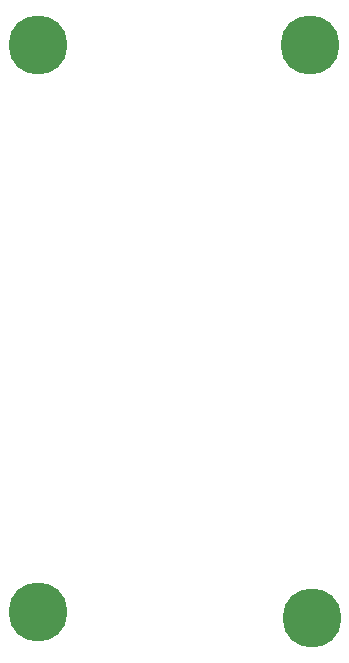
<source format=gbr>
%TF.GenerationSoftware,KiCad,Pcbnew,9.0.2*%
%TF.CreationDate,2025-12-09T17:01:45+01:00*%
%TF.ProjectId,datalogger,64617461-6c6f-4676-9765-722e6b696361,rev?*%
%TF.SameCoordinates,Original*%
%TF.FileFunction,Copper,L2,Inr*%
%TF.FilePolarity,Positive*%
%FSLAX46Y46*%
G04 Gerber Fmt 4.6, Leading zero omitted, Abs format (unit mm)*
G04 Created by KiCad (PCBNEW 9.0.2) date 2025-12-09 17:01:45*
%MOMM*%
%LPD*%
G01*
G04 APERTURE LIST*
%TA.AperFunction,ComponentPad*%
%ADD10C,0.800000*%
%TD*%
%TA.AperFunction,ComponentPad*%
%ADD11C,5.000000*%
%TD*%
G04 APERTURE END LIST*
D10*
%TO.N,N/C*%
%TO.C,H4*%
X146625000Y-100875000D03*
X147174175Y-99549175D03*
X147174175Y-102200825D03*
X148500000Y-99000000D03*
D11*
X148500000Y-100875000D03*
D10*
X148500000Y-102750000D03*
X149825825Y-99549175D03*
X149825825Y-102200825D03*
X150375000Y-100875000D03*
%TD*%
%TO.N,N/C*%
%TO.C,H3*%
X169799175Y-101325825D03*
X170348350Y-100000000D03*
X170348350Y-102651650D03*
X171674175Y-99450825D03*
D11*
X171674175Y-101325825D03*
D10*
X171674175Y-103200825D03*
X173000000Y-100000000D03*
X173000000Y-102651650D03*
X173549175Y-101325825D03*
%TD*%
%TO.N,N/C*%
%TO.C,H2*%
X146625000Y-52875000D03*
X147174175Y-51549175D03*
X147174175Y-54200825D03*
X148500000Y-51000000D03*
D11*
X148500000Y-52875000D03*
D10*
X148500000Y-54750000D03*
X149825825Y-51549175D03*
X149825825Y-54200825D03*
X150375000Y-52875000D03*
%TD*%
%TO.N,N/C*%
%TO.C,H1*%
X169625000Y-52875000D03*
X170174175Y-51549175D03*
X170174175Y-54200825D03*
X171500000Y-51000000D03*
D11*
X171500000Y-52875000D03*
D10*
X171500000Y-54750000D03*
X172825825Y-51549175D03*
X172825825Y-54200825D03*
X173375000Y-52875000D03*
%TD*%
M02*

</source>
